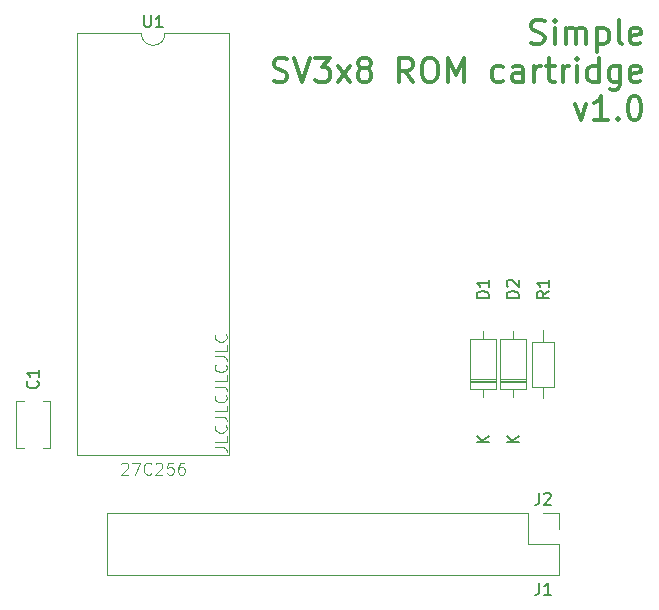
<source format=gbr>
%TF.GenerationSoftware,KiCad,Pcbnew,9.0.0*%
%TF.CreationDate,2025-05-03T18:19:40+02:00*%
%TF.ProjectId,SV3x8-SimpleCart,53563378-382d-4536-996d-706c65436172,1*%
%TF.SameCoordinates,Original*%
%TF.FileFunction,Legend,Top*%
%TF.FilePolarity,Positive*%
%FSLAX46Y46*%
G04 Gerber Fmt 4.6, Leading zero omitted, Abs format (unit mm)*
G04 Created by KiCad (PCBNEW 9.0.0) date 2025-05-03 18:19:40*
%MOMM*%
%LPD*%
G01*
G04 APERTURE LIST*
%ADD10C,0.100000*%
%ADD11C,0.300000*%
%ADD12C,0.150000*%
%ADD13C,0.120000*%
G04 APERTURE END LIST*
D10*
X116689524Y-113852657D02*
X116737143Y-113805038D01*
X116737143Y-113805038D02*
X116832381Y-113757419D01*
X116832381Y-113757419D02*
X117070476Y-113757419D01*
X117070476Y-113757419D02*
X117165714Y-113805038D01*
X117165714Y-113805038D02*
X117213333Y-113852657D01*
X117213333Y-113852657D02*
X117260952Y-113947895D01*
X117260952Y-113947895D02*
X117260952Y-114043133D01*
X117260952Y-114043133D02*
X117213333Y-114185990D01*
X117213333Y-114185990D02*
X116641905Y-114757419D01*
X116641905Y-114757419D02*
X117260952Y-114757419D01*
X117594286Y-113757419D02*
X118260952Y-113757419D01*
X118260952Y-113757419D02*
X117832381Y-114757419D01*
X119213333Y-114662180D02*
X119165714Y-114709800D01*
X119165714Y-114709800D02*
X119022857Y-114757419D01*
X119022857Y-114757419D02*
X118927619Y-114757419D01*
X118927619Y-114757419D02*
X118784762Y-114709800D01*
X118784762Y-114709800D02*
X118689524Y-114614561D01*
X118689524Y-114614561D02*
X118641905Y-114519323D01*
X118641905Y-114519323D02*
X118594286Y-114328847D01*
X118594286Y-114328847D02*
X118594286Y-114185990D01*
X118594286Y-114185990D02*
X118641905Y-113995514D01*
X118641905Y-113995514D02*
X118689524Y-113900276D01*
X118689524Y-113900276D02*
X118784762Y-113805038D01*
X118784762Y-113805038D02*
X118927619Y-113757419D01*
X118927619Y-113757419D02*
X119022857Y-113757419D01*
X119022857Y-113757419D02*
X119165714Y-113805038D01*
X119165714Y-113805038D02*
X119213333Y-113852657D01*
X119594286Y-113852657D02*
X119641905Y-113805038D01*
X119641905Y-113805038D02*
X119737143Y-113757419D01*
X119737143Y-113757419D02*
X119975238Y-113757419D01*
X119975238Y-113757419D02*
X120070476Y-113805038D01*
X120070476Y-113805038D02*
X120118095Y-113852657D01*
X120118095Y-113852657D02*
X120165714Y-113947895D01*
X120165714Y-113947895D02*
X120165714Y-114043133D01*
X120165714Y-114043133D02*
X120118095Y-114185990D01*
X120118095Y-114185990D02*
X119546667Y-114757419D01*
X119546667Y-114757419D02*
X120165714Y-114757419D01*
X121070476Y-113757419D02*
X120594286Y-113757419D01*
X120594286Y-113757419D02*
X120546667Y-114233609D01*
X120546667Y-114233609D02*
X120594286Y-114185990D01*
X120594286Y-114185990D02*
X120689524Y-114138371D01*
X120689524Y-114138371D02*
X120927619Y-114138371D01*
X120927619Y-114138371D02*
X121022857Y-114185990D01*
X121022857Y-114185990D02*
X121070476Y-114233609D01*
X121070476Y-114233609D02*
X121118095Y-114328847D01*
X121118095Y-114328847D02*
X121118095Y-114566942D01*
X121118095Y-114566942D02*
X121070476Y-114662180D01*
X121070476Y-114662180D02*
X121022857Y-114709800D01*
X121022857Y-114709800D02*
X120927619Y-114757419D01*
X120927619Y-114757419D02*
X120689524Y-114757419D01*
X120689524Y-114757419D02*
X120594286Y-114709800D01*
X120594286Y-114709800D02*
X120546667Y-114662180D01*
X121975238Y-113757419D02*
X121784762Y-113757419D01*
X121784762Y-113757419D02*
X121689524Y-113805038D01*
X121689524Y-113805038D02*
X121641905Y-113852657D01*
X121641905Y-113852657D02*
X121546667Y-113995514D01*
X121546667Y-113995514D02*
X121499048Y-114185990D01*
X121499048Y-114185990D02*
X121499048Y-114566942D01*
X121499048Y-114566942D02*
X121546667Y-114662180D01*
X121546667Y-114662180D02*
X121594286Y-114709800D01*
X121594286Y-114709800D02*
X121689524Y-114757419D01*
X121689524Y-114757419D02*
X121880000Y-114757419D01*
X121880000Y-114757419D02*
X121975238Y-114709800D01*
X121975238Y-114709800D02*
X122022857Y-114662180D01*
X122022857Y-114662180D02*
X122070476Y-114566942D01*
X122070476Y-114566942D02*
X122070476Y-114328847D01*
X122070476Y-114328847D02*
X122022857Y-114233609D01*
X122022857Y-114233609D02*
X121975238Y-114185990D01*
X121975238Y-114185990D02*
X121880000Y-114138371D01*
X121880000Y-114138371D02*
X121689524Y-114138371D01*
X121689524Y-114138371D02*
X121594286Y-114185990D01*
X121594286Y-114185990D02*
X121546667Y-114233609D01*
X121546667Y-114233609D02*
X121499048Y-114328847D01*
D11*
X151378345Y-78184400D02*
X151664059Y-78279638D01*
X151664059Y-78279638D02*
X152140250Y-78279638D01*
X152140250Y-78279638D02*
X152330726Y-78184400D01*
X152330726Y-78184400D02*
X152425964Y-78089161D01*
X152425964Y-78089161D02*
X152521202Y-77898685D01*
X152521202Y-77898685D02*
X152521202Y-77708209D01*
X152521202Y-77708209D02*
X152425964Y-77517733D01*
X152425964Y-77517733D02*
X152330726Y-77422495D01*
X152330726Y-77422495D02*
X152140250Y-77327257D01*
X152140250Y-77327257D02*
X151759297Y-77232019D01*
X151759297Y-77232019D02*
X151568821Y-77136780D01*
X151568821Y-77136780D02*
X151473583Y-77041542D01*
X151473583Y-77041542D02*
X151378345Y-76851066D01*
X151378345Y-76851066D02*
X151378345Y-76660590D01*
X151378345Y-76660590D02*
X151473583Y-76470114D01*
X151473583Y-76470114D02*
X151568821Y-76374876D01*
X151568821Y-76374876D02*
X151759297Y-76279638D01*
X151759297Y-76279638D02*
X152235488Y-76279638D01*
X152235488Y-76279638D02*
X152521202Y-76374876D01*
X153378345Y-78279638D02*
X153378345Y-76946304D01*
X153378345Y-76279638D02*
X153283107Y-76374876D01*
X153283107Y-76374876D02*
X153378345Y-76470114D01*
X153378345Y-76470114D02*
X153473583Y-76374876D01*
X153473583Y-76374876D02*
X153378345Y-76279638D01*
X153378345Y-76279638D02*
X153378345Y-76470114D01*
X154330726Y-78279638D02*
X154330726Y-76946304D01*
X154330726Y-77136780D02*
X154425964Y-77041542D01*
X154425964Y-77041542D02*
X154616440Y-76946304D01*
X154616440Y-76946304D02*
X154902155Y-76946304D01*
X154902155Y-76946304D02*
X155092631Y-77041542D01*
X155092631Y-77041542D02*
X155187869Y-77232019D01*
X155187869Y-77232019D02*
X155187869Y-78279638D01*
X155187869Y-77232019D02*
X155283107Y-77041542D01*
X155283107Y-77041542D02*
X155473583Y-76946304D01*
X155473583Y-76946304D02*
X155759297Y-76946304D01*
X155759297Y-76946304D02*
X155949774Y-77041542D01*
X155949774Y-77041542D02*
X156045012Y-77232019D01*
X156045012Y-77232019D02*
X156045012Y-78279638D01*
X156997393Y-76946304D02*
X156997393Y-78946304D01*
X156997393Y-77041542D02*
X157187869Y-76946304D01*
X157187869Y-76946304D02*
X157568822Y-76946304D01*
X157568822Y-76946304D02*
X157759298Y-77041542D01*
X157759298Y-77041542D02*
X157854536Y-77136780D01*
X157854536Y-77136780D02*
X157949774Y-77327257D01*
X157949774Y-77327257D02*
X157949774Y-77898685D01*
X157949774Y-77898685D02*
X157854536Y-78089161D01*
X157854536Y-78089161D02*
X157759298Y-78184400D01*
X157759298Y-78184400D02*
X157568822Y-78279638D01*
X157568822Y-78279638D02*
X157187869Y-78279638D01*
X157187869Y-78279638D02*
X156997393Y-78184400D01*
X159092631Y-78279638D02*
X158902155Y-78184400D01*
X158902155Y-78184400D02*
X158806917Y-77993923D01*
X158806917Y-77993923D02*
X158806917Y-76279638D01*
X160616441Y-78184400D02*
X160425965Y-78279638D01*
X160425965Y-78279638D02*
X160045012Y-78279638D01*
X160045012Y-78279638D02*
X159854536Y-78184400D01*
X159854536Y-78184400D02*
X159759298Y-77993923D01*
X159759298Y-77993923D02*
X159759298Y-77232019D01*
X159759298Y-77232019D02*
X159854536Y-77041542D01*
X159854536Y-77041542D02*
X160045012Y-76946304D01*
X160045012Y-76946304D02*
X160425965Y-76946304D01*
X160425965Y-76946304D02*
X160616441Y-77041542D01*
X160616441Y-77041542D02*
X160711679Y-77232019D01*
X160711679Y-77232019D02*
X160711679Y-77422495D01*
X160711679Y-77422495D02*
X159759298Y-77612971D01*
X129568820Y-81404288D02*
X129854534Y-81499526D01*
X129854534Y-81499526D02*
X130330725Y-81499526D01*
X130330725Y-81499526D02*
X130521201Y-81404288D01*
X130521201Y-81404288D02*
X130616439Y-81309049D01*
X130616439Y-81309049D02*
X130711677Y-81118573D01*
X130711677Y-81118573D02*
X130711677Y-80928097D01*
X130711677Y-80928097D02*
X130616439Y-80737621D01*
X130616439Y-80737621D02*
X130521201Y-80642383D01*
X130521201Y-80642383D02*
X130330725Y-80547145D01*
X130330725Y-80547145D02*
X129949772Y-80451907D01*
X129949772Y-80451907D02*
X129759296Y-80356668D01*
X129759296Y-80356668D02*
X129664058Y-80261430D01*
X129664058Y-80261430D02*
X129568820Y-80070954D01*
X129568820Y-80070954D02*
X129568820Y-79880478D01*
X129568820Y-79880478D02*
X129664058Y-79690002D01*
X129664058Y-79690002D02*
X129759296Y-79594764D01*
X129759296Y-79594764D02*
X129949772Y-79499526D01*
X129949772Y-79499526D02*
X130425963Y-79499526D01*
X130425963Y-79499526D02*
X130711677Y-79594764D01*
X131283106Y-79499526D02*
X131949772Y-81499526D01*
X131949772Y-81499526D02*
X132616439Y-79499526D01*
X133092630Y-79499526D02*
X134330725Y-79499526D01*
X134330725Y-79499526D02*
X133664058Y-80261430D01*
X133664058Y-80261430D02*
X133949773Y-80261430D01*
X133949773Y-80261430D02*
X134140249Y-80356668D01*
X134140249Y-80356668D02*
X134235487Y-80451907D01*
X134235487Y-80451907D02*
X134330725Y-80642383D01*
X134330725Y-80642383D02*
X134330725Y-81118573D01*
X134330725Y-81118573D02*
X134235487Y-81309049D01*
X134235487Y-81309049D02*
X134140249Y-81404288D01*
X134140249Y-81404288D02*
X133949773Y-81499526D01*
X133949773Y-81499526D02*
X133378344Y-81499526D01*
X133378344Y-81499526D02*
X133187868Y-81404288D01*
X133187868Y-81404288D02*
X133092630Y-81309049D01*
X134997392Y-81499526D02*
X136045011Y-80166192D01*
X134997392Y-80166192D02*
X136045011Y-81499526D01*
X137092630Y-80356668D02*
X136902154Y-80261430D01*
X136902154Y-80261430D02*
X136806916Y-80166192D01*
X136806916Y-80166192D02*
X136711678Y-79975716D01*
X136711678Y-79975716D02*
X136711678Y-79880478D01*
X136711678Y-79880478D02*
X136806916Y-79690002D01*
X136806916Y-79690002D02*
X136902154Y-79594764D01*
X136902154Y-79594764D02*
X137092630Y-79499526D01*
X137092630Y-79499526D02*
X137473583Y-79499526D01*
X137473583Y-79499526D02*
X137664059Y-79594764D01*
X137664059Y-79594764D02*
X137759297Y-79690002D01*
X137759297Y-79690002D02*
X137854535Y-79880478D01*
X137854535Y-79880478D02*
X137854535Y-79975716D01*
X137854535Y-79975716D02*
X137759297Y-80166192D01*
X137759297Y-80166192D02*
X137664059Y-80261430D01*
X137664059Y-80261430D02*
X137473583Y-80356668D01*
X137473583Y-80356668D02*
X137092630Y-80356668D01*
X137092630Y-80356668D02*
X136902154Y-80451907D01*
X136902154Y-80451907D02*
X136806916Y-80547145D01*
X136806916Y-80547145D02*
X136711678Y-80737621D01*
X136711678Y-80737621D02*
X136711678Y-81118573D01*
X136711678Y-81118573D02*
X136806916Y-81309049D01*
X136806916Y-81309049D02*
X136902154Y-81404288D01*
X136902154Y-81404288D02*
X137092630Y-81499526D01*
X137092630Y-81499526D02*
X137473583Y-81499526D01*
X137473583Y-81499526D02*
X137664059Y-81404288D01*
X137664059Y-81404288D02*
X137759297Y-81309049D01*
X137759297Y-81309049D02*
X137854535Y-81118573D01*
X137854535Y-81118573D02*
X137854535Y-80737621D01*
X137854535Y-80737621D02*
X137759297Y-80547145D01*
X137759297Y-80547145D02*
X137664059Y-80451907D01*
X137664059Y-80451907D02*
X137473583Y-80356668D01*
X141378345Y-81499526D02*
X140711678Y-80547145D01*
X140235488Y-81499526D02*
X140235488Y-79499526D01*
X140235488Y-79499526D02*
X140997393Y-79499526D01*
X140997393Y-79499526D02*
X141187869Y-79594764D01*
X141187869Y-79594764D02*
X141283107Y-79690002D01*
X141283107Y-79690002D02*
X141378345Y-79880478D01*
X141378345Y-79880478D02*
X141378345Y-80166192D01*
X141378345Y-80166192D02*
X141283107Y-80356668D01*
X141283107Y-80356668D02*
X141187869Y-80451907D01*
X141187869Y-80451907D02*
X140997393Y-80547145D01*
X140997393Y-80547145D02*
X140235488Y-80547145D01*
X142616440Y-79499526D02*
X142997393Y-79499526D01*
X142997393Y-79499526D02*
X143187869Y-79594764D01*
X143187869Y-79594764D02*
X143378345Y-79785240D01*
X143378345Y-79785240D02*
X143473583Y-80166192D01*
X143473583Y-80166192D02*
X143473583Y-80832859D01*
X143473583Y-80832859D02*
X143378345Y-81213811D01*
X143378345Y-81213811D02*
X143187869Y-81404288D01*
X143187869Y-81404288D02*
X142997393Y-81499526D01*
X142997393Y-81499526D02*
X142616440Y-81499526D01*
X142616440Y-81499526D02*
X142425964Y-81404288D01*
X142425964Y-81404288D02*
X142235488Y-81213811D01*
X142235488Y-81213811D02*
X142140250Y-80832859D01*
X142140250Y-80832859D02*
X142140250Y-80166192D01*
X142140250Y-80166192D02*
X142235488Y-79785240D01*
X142235488Y-79785240D02*
X142425964Y-79594764D01*
X142425964Y-79594764D02*
X142616440Y-79499526D01*
X144330726Y-81499526D02*
X144330726Y-79499526D01*
X144330726Y-79499526D02*
X144997393Y-80928097D01*
X144997393Y-80928097D02*
X145664059Y-79499526D01*
X145664059Y-79499526D02*
X145664059Y-81499526D01*
X148997393Y-81404288D02*
X148806917Y-81499526D01*
X148806917Y-81499526D02*
X148425964Y-81499526D01*
X148425964Y-81499526D02*
X148235488Y-81404288D01*
X148235488Y-81404288D02*
X148140250Y-81309049D01*
X148140250Y-81309049D02*
X148045012Y-81118573D01*
X148045012Y-81118573D02*
X148045012Y-80547145D01*
X148045012Y-80547145D02*
X148140250Y-80356668D01*
X148140250Y-80356668D02*
X148235488Y-80261430D01*
X148235488Y-80261430D02*
X148425964Y-80166192D01*
X148425964Y-80166192D02*
X148806917Y-80166192D01*
X148806917Y-80166192D02*
X148997393Y-80261430D01*
X150711679Y-81499526D02*
X150711679Y-80451907D01*
X150711679Y-80451907D02*
X150616441Y-80261430D01*
X150616441Y-80261430D02*
X150425965Y-80166192D01*
X150425965Y-80166192D02*
X150045012Y-80166192D01*
X150045012Y-80166192D02*
X149854536Y-80261430D01*
X150711679Y-81404288D02*
X150521203Y-81499526D01*
X150521203Y-81499526D02*
X150045012Y-81499526D01*
X150045012Y-81499526D02*
X149854536Y-81404288D01*
X149854536Y-81404288D02*
X149759298Y-81213811D01*
X149759298Y-81213811D02*
X149759298Y-81023335D01*
X149759298Y-81023335D02*
X149854536Y-80832859D01*
X149854536Y-80832859D02*
X150045012Y-80737621D01*
X150045012Y-80737621D02*
X150521203Y-80737621D01*
X150521203Y-80737621D02*
X150711679Y-80642383D01*
X151664060Y-81499526D02*
X151664060Y-80166192D01*
X151664060Y-80547145D02*
X151759298Y-80356668D01*
X151759298Y-80356668D02*
X151854536Y-80261430D01*
X151854536Y-80261430D02*
X152045012Y-80166192D01*
X152045012Y-80166192D02*
X152235489Y-80166192D01*
X152616441Y-80166192D02*
X153378345Y-80166192D01*
X152902155Y-79499526D02*
X152902155Y-81213811D01*
X152902155Y-81213811D02*
X152997393Y-81404288D01*
X152997393Y-81404288D02*
X153187869Y-81499526D01*
X153187869Y-81499526D02*
X153378345Y-81499526D01*
X154045012Y-81499526D02*
X154045012Y-80166192D01*
X154045012Y-80547145D02*
X154140250Y-80356668D01*
X154140250Y-80356668D02*
X154235488Y-80261430D01*
X154235488Y-80261430D02*
X154425964Y-80166192D01*
X154425964Y-80166192D02*
X154616441Y-80166192D01*
X155283107Y-81499526D02*
X155283107Y-80166192D01*
X155283107Y-79499526D02*
X155187869Y-79594764D01*
X155187869Y-79594764D02*
X155283107Y-79690002D01*
X155283107Y-79690002D02*
X155378345Y-79594764D01*
X155378345Y-79594764D02*
X155283107Y-79499526D01*
X155283107Y-79499526D02*
X155283107Y-79690002D01*
X157092631Y-81499526D02*
X157092631Y-79499526D01*
X157092631Y-81404288D02*
X156902155Y-81499526D01*
X156902155Y-81499526D02*
X156521202Y-81499526D01*
X156521202Y-81499526D02*
X156330726Y-81404288D01*
X156330726Y-81404288D02*
X156235488Y-81309049D01*
X156235488Y-81309049D02*
X156140250Y-81118573D01*
X156140250Y-81118573D02*
X156140250Y-80547145D01*
X156140250Y-80547145D02*
X156235488Y-80356668D01*
X156235488Y-80356668D02*
X156330726Y-80261430D01*
X156330726Y-80261430D02*
X156521202Y-80166192D01*
X156521202Y-80166192D02*
X156902155Y-80166192D01*
X156902155Y-80166192D02*
X157092631Y-80261430D01*
X158902155Y-80166192D02*
X158902155Y-81785240D01*
X158902155Y-81785240D02*
X158806917Y-81975716D01*
X158806917Y-81975716D02*
X158711679Y-82070954D01*
X158711679Y-82070954D02*
X158521202Y-82166192D01*
X158521202Y-82166192D02*
X158235488Y-82166192D01*
X158235488Y-82166192D02*
X158045012Y-82070954D01*
X158902155Y-81404288D02*
X158711679Y-81499526D01*
X158711679Y-81499526D02*
X158330726Y-81499526D01*
X158330726Y-81499526D02*
X158140250Y-81404288D01*
X158140250Y-81404288D02*
X158045012Y-81309049D01*
X158045012Y-81309049D02*
X157949774Y-81118573D01*
X157949774Y-81118573D02*
X157949774Y-80547145D01*
X157949774Y-80547145D02*
X158045012Y-80356668D01*
X158045012Y-80356668D02*
X158140250Y-80261430D01*
X158140250Y-80261430D02*
X158330726Y-80166192D01*
X158330726Y-80166192D02*
X158711679Y-80166192D01*
X158711679Y-80166192D02*
X158902155Y-80261430D01*
X160616441Y-81404288D02*
X160425965Y-81499526D01*
X160425965Y-81499526D02*
X160045012Y-81499526D01*
X160045012Y-81499526D02*
X159854536Y-81404288D01*
X159854536Y-81404288D02*
X159759298Y-81213811D01*
X159759298Y-81213811D02*
X159759298Y-80451907D01*
X159759298Y-80451907D02*
X159854536Y-80261430D01*
X159854536Y-80261430D02*
X160045012Y-80166192D01*
X160045012Y-80166192D02*
X160425965Y-80166192D01*
X160425965Y-80166192D02*
X160616441Y-80261430D01*
X160616441Y-80261430D02*
X160711679Y-80451907D01*
X160711679Y-80451907D02*
X160711679Y-80642383D01*
X160711679Y-80642383D02*
X159759298Y-80832859D01*
X155092631Y-83386080D02*
X155568821Y-84719414D01*
X155568821Y-84719414D02*
X156045012Y-83386080D01*
X157854536Y-84719414D02*
X156711679Y-84719414D01*
X157283107Y-84719414D02*
X157283107Y-82719414D01*
X157283107Y-82719414D02*
X157092631Y-83005128D01*
X157092631Y-83005128D02*
X156902155Y-83195604D01*
X156902155Y-83195604D02*
X156711679Y-83290842D01*
X158711679Y-84528937D02*
X158806917Y-84624176D01*
X158806917Y-84624176D02*
X158711679Y-84719414D01*
X158711679Y-84719414D02*
X158616441Y-84624176D01*
X158616441Y-84624176D02*
X158711679Y-84528937D01*
X158711679Y-84528937D02*
X158711679Y-84719414D01*
X160045012Y-82719414D02*
X160235489Y-82719414D01*
X160235489Y-82719414D02*
X160425965Y-82814652D01*
X160425965Y-82814652D02*
X160521203Y-82909890D01*
X160521203Y-82909890D02*
X160616441Y-83100366D01*
X160616441Y-83100366D02*
X160711679Y-83481318D01*
X160711679Y-83481318D02*
X160711679Y-83957509D01*
X160711679Y-83957509D02*
X160616441Y-84338461D01*
X160616441Y-84338461D02*
X160521203Y-84528937D01*
X160521203Y-84528937D02*
X160425965Y-84624176D01*
X160425965Y-84624176D02*
X160235489Y-84719414D01*
X160235489Y-84719414D02*
X160045012Y-84719414D01*
X160045012Y-84719414D02*
X159854536Y-84624176D01*
X159854536Y-84624176D02*
X159759298Y-84528937D01*
X159759298Y-84528937D02*
X159664060Y-84338461D01*
X159664060Y-84338461D02*
X159568822Y-83957509D01*
X159568822Y-83957509D02*
X159568822Y-83481318D01*
X159568822Y-83481318D02*
X159664060Y-83100366D01*
X159664060Y-83100366D02*
X159759298Y-82909890D01*
X159759298Y-82909890D02*
X159854536Y-82814652D01*
X159854536Y-82814652D02*
X160045012Y-82719414D01*
D10*
X124602419Y-112440401D02*
X125316704Y-112440401D01*
X125316704Y-112440401D02*
X125459561Y-112488020D01*
X125459561Y-112488020D02*
X125554800Y-112583258D01*
X125554800Y-112583258D02*
X125602419Y-112726115D01*
X125602419Y-112726115D02*
X125602419Y-112821353D01*
X125602419Y-111488020D02*
X125602419Y-111964210D01*
X125602419Y-111964210D02*
X124602419Y-111964210D01*
X125507180Y-110583258D02*
X125554800Y-110630877D01*
X125554800Y-110630877D02*
X125602419Y-110773734D01*
X125602419Y-110773734D02*
X125602419Y-110868972D01*
X125602419Y-110868972D02*
X125554800Y-111011829D01*
X125554800Y-111011829D02*
X125459561Y-111107067D01*
X125459561Y-111107067D02*
X125364323Y-111154686D01*
X125364323Y-111154686D02*
X125173847Y-111202305D01*
X125173847Y-111202305D02*
X125030990Y-111202305D01*
X125030990Y-111202305D02*
X124840514Y-111154686D01*
X124840514Y-111154686D02*
X124745276Y-111107067D01*
X124745276Y-111107067D02*
X124650038Y-111011829D01*
X124650038Y-111011829D02*
X124602419Y-110868972D01*
X124602419Y-110868972D02*
X124602419Y-110773734D01*
X124602419Y-110773734D02*
X124650038Y-110630877D01*
X124650038Y-110630877D02*
X124697657Y-110583258D01*
X124602419Y-109868972D02*
X125316704Y-109868972D01*
X125316704Y-109868972D02*
X125459561Y-109916591D01*
X125459561Y-109916591D02*
X125554800Y-110011829D01*
X125554800Y-110011829D02*
X125602419Y-110154686D01*
X125602419Y-110154686D02*
X125602419Y-110249924D01*
X125602419Y-108916591D02*
X125602419Y-109392781D01*
X125602419Y-109392781D02*
X124602419Y-109392781D01*
X125507180Y-108011829D02*
X125554800Y-108059448D01*
X125554800Y-108059448D02*
X125602419Y-108202305D01*
X125602419Y-108202305D02*
X125602419Y-108297543D01*
X125602419Y-108297543D02*
X125554800Y-108440400D01*
X125554800Y-108440400D02*
X125459561Y-108535638D01*
X125459561Y-108535638D02*
X125364323Y-108583257D01*
X125364323Y-108583257D02*
X125173847Y-108630876D01*
X125173847Y-108630876D02*
X125030990Y-108630876D01*
X125030990Y-108630876D02*
X124840514Y-108583257D01*
X124840514Y-108583257D02*
X124745276Y-108535638D01*
X124745276Y-108535638D02*
X124650038Y-108440400D01*
X124650038Y-108440400D02*
X124602419Y-108297543D01*
X124602419Y-108297543D02*
X124602419Y-108202305D01*
X124602419Y-108202305D02*
X124650038Y-108059448D01*
X124650038Y-108059448D02*
X124697657Y-108011829D01*
X124602419Y-107297543D02*
X125316704Y-107297543D01*
X125316704Y-107297543D02*
X125459561Y-107345162D01*
X125459561Y-107345162D02*
X125554800Y-107440400D01*
X125554800Y-107440400D02*
X125602419Y-107583257D01*
X125602419Y-107583257D02*
X125602419Y-107678495D01*
X125602419Y-106345162D02*
X125602419Y-106821352D01*
X125602419Y-106821352D02*
X124602419Y-106821352D01*
X125507180Y-105440400D02*
X125554800Y-105488019D01*
X125554800Y-105488019D02*
X125602419Y-105630876D01*
X125602419Y-105630876D02*
X125602419Y-105726114D01*
X125602419Y-105726114D02*
X125554800Y-105868971D01*
X125554800Y-105868971D02*
X125459561Y-105964209D01*
X125459561Y-105964209D02*
X125364323Y-106011828D01*
X125364323Y-106011828D02*
X125173847Y-106059447D01*
X125173847Y-106059447D02*
X125030990Y-106059447D01*
X125030990Y-106059447D02*
X124840514Y-106011828D01*
X124840514Y-106011828D02*
X124745276Y-105964209D01*
X124745276Y-105964209D02*
X124650038Y-105868971D01*
X124650038Y-105868971D02*
X124602419Y-105726114D01*
X124602419Y-105726114D02*
X124602419Y-105630876D01*
X124602419Y-105630876D02*
X124650038Y-105488019D01*
X124650038Y-105488019D02*
X124697657Y-105440400D01*
X124602419Y-104726114D02*
X125316704Y-104726114D01*
X125316704Y-104726114D02*
X125459561Y-104773733D01*
X125459561Y-104773733D02*
X125554800Y-104868971D01*
X125554800Y-104868971D02*
X125602419Y-105011828D01*
X125602419Y-105011828D02*
X125602419Y-105107066D01*
X125602419Y-103773733D02*
X125602419Y-104249923D01*
X125602419Y-104249923D02*
X124602419Y-104249923D01*
X125507180Y-102868971D02*
X125554800Y-102916590D01*
X125554800Y-102916590D02*
X125602419Y-103059447D01*
X125602419Y-103059447D02*
X125602419Y-103154685D01*
X125602419Y-103154685D02*
X125554800Y-103297542D01*
X125554800Y-103297542D02*
X125459561Y-103392780D01*
X125459561Y-103392780D02*
X125364323Y-103440399D01*
X125364323Y-103440399D02*
X125173847Y-103488018D01*
X125173847Y-103488018D02*
X125030990Y-103488018D01*
X125030990Y-103488018D02*
X124840514Y-103440399D01*
X124840514Y-103440399D02*
X124745276Y-103392780D01*
X124745276Y-103392780D02*
X124650038Y-103297542D01*
X124650038Y-103297542D02*
X124602419Y-103154685D01*
X124602419Y-103154685D02*
X124602419Y-103059447D01*
X124602419Y-103059447D02*
X124650038Y-102916590D01*
X124650038Y-102916590D02*
X124697657Y-102868971D01*
D12*
X152854819Y-99226666D02*
X152378628Y-99559999D01*
X152854819Y-99798094D02*
X151854819Y-99798094D01*
X151854819Y-99798094D02*
X151854819Y-99417142D01*
X151854819Y-99417142D02*
X151902438Y-99321904D01*
X151902438Y-99321904D02*
X151950057Y-99274285D01*
X151950057Y-99274285D02*
X152045295Y-99226666D01*
X152045295Y-99226666D02*
X152188152Y-99226666D01*
X152188152Y-99226666D02*
X152283390Y-99274285D01*
X152283390Y-99274285D02*
X152331009Y-99321904D01*
X152331009Y-99321904D02*
X152378628Y-99417142D01*
X152378628Y-99417142D02*
X152378628Y-99798094D01*
X152854819Y-98274285D02*
X152854819Y-98845713D01*
X152854819Y-98559999D02*
X151854819Y-98559999D01*
X151854819Y-98559999D02*
X151997676Y-98655237D01*
X151997676Y-98655237D02*
X152092914Y-98750475D01*
X152092914Y-98750475D02*
X152140533Y-98845713D01*
X150314819Y-99798094D02*
X149314819Y-99798094D01*
X149314819Y-99798094D02*
X149314819Y-99559999D01*
X149314819Y-99559999D02*
X149362438Y-99417142D01*
X149362438Y-99417142D02*
X149457676Y-99321904D01*
X149457676Y-99321904D02*
X149552914Y-99274285D01*
X149552914Y-99274285D02*
X149743390Y-99226666D01*
X149743390Y-99226666D02*
X149886247Y-99226666D01*
X149886247Y-99226666D02*
X150076723Y-99274285D01*
X150076723Y-99274285D02*
X150171961Y-99321904D01*
X150171961Y-99321904D02*
X150267200Y-99417142D01*
X150267200Y-99417142D02*
X150314819Y-99559999D01*
X150314819Y-99559999D02*
X150314819Y-99798094D01*
X149410057Y-98845713D02*
X149362438Y-98798094D01*
X149362438Y-98798094D02*
X149314819Y-98702856D01*
X149314819Y-98702856D02*
X149314819Y-98464761D01*
X149314819Y-98464761D02*
X149362438Y-98369523D01*
X149362438Y-98369523D02*
X149410057Y-98321904D01*
X149410057Y-98321904D02*
X149505295Y-98274285D01*
X149505295Y-98274285D02*
X149600533Y-98274285D01*
X149600533Y-98274285D02*
X149743390Y-98321904D01*
X149743390Y-98321904D02*
X150314819Y-98893332D01*
X150314819Y-98893332D02*
X150314819Y-98274285D01*
X150314819Y-112021904D02*
X149314819Y-112021904D01*
X150314819Y-111450476D02*
X149743390Y-111879047D01*
X149314819Y-111450476D02*
X149886247Y-112021904D01*
X147774819Y-99798094D02*
X146774819Y-99798094D01*
X146774819Y-99798094D02*
X146774819Y-99559999D01*
X146774819Y-99559999D02*
X146822438Y-99417142D01*
X146822438Y-99417142D02*
X146917676Y-99321904D01*
X146917676Y-99321904D02*
X147012914Y-99274285D01*
X147012914Y-99274285D02*
X147203390Y-99226666D01*
X147203390Y-99226666D02*
X147346247Y-99226666D01*
X147346247Y-99226666D02*
X147536723Y-99274285D01*
X147536723Y-99274285D02*
X147631961Y-99321904D01*
X147631961Y-99321904D02*
X147727200Y-99417142D01*
X147727200Y-99417142D02*
X147774819Y-99559999D01*
X147774819Y-99559999D02*
X147774819Y-99798094D01*
X147774819Y-98274285D02*
X147774819Y-98845713D01*
X147774819Y-98559999D02*
X146774819Y-98559999D01*
X146774819Y-98559999D02*
X146917676Y-98655237D01*
X146917676Y-98655237D02*
X147012914Y-98750475D01*
X147012914Y-98750475D02*
X147060533Y-98845713D01*
X147774819Y-112021904D02*
X146774819Y-112021904D01*
X147774819Y-111450476D02*
X147203390Y-111879047D01*
X146774819Y-111450476D02*
X147346247Y-112021904D01*
X152066666Y-123914819D02*
X152066666Y-124629104D01*
X152066666Y-124629104D02*
X152019047Y-124771961D01*
X152019047Y-124771961D02*
X151923809Y-124867200D01*
X151923809Y-124867200D02*
X151780952Y-124914819D01*
X151780952Y-124914819D02*
X151685714Y-124914819D01*
X153066666Y-124914819D02*
X152495238Y-124914819D01*
X152780952Y-124914819D02*
X152780952Y-123914819D01*
X152780952Y-123914819D02*
X152685714Y-124057676D01*
X152685714Y-124057676D02*
X152590476Y-124152914D01*
X152590476Y-124152914D02*
X152495238Y-124200533D01*
X118618095Y-75864819D02*
X118618095Y-76674342D01*
X118618095Y-76674342D02*
X118665714Y-76769580D01*
X118665714Y-76769580D02*
X118713333Y-76817200D01*
X118713333Y-76817200D02*
X118808571Y-76864819D01*
X118808571Y-76864819D02*
X118999047Y-76864819D01*
X118999047Y-76864819D02*
X119094285Y-76817200D01*
X119094285Y-76817200D02*
X119141904Y-76769580D01*
X119141904Y-76769580D02*
X119189523Y-76674342D01*
X119189523Y-76674342D02*
X119189523Y-75864819D01*
X120189523Y-76864819D02*
X119618095Y-76864819D01*
X119903809Y-76864819D02*
X119903809Y-75864819D01*
X119903809Y-75864819D02*
X119808571Y-76007676D01*
X119808571Y-76007676D02*
X119713333Y-76102914D01*
X119713333Y-76102914D02*
X119618095Y-76150533D01*
X109579580Y-106846666D02*
X109627200Y-106894285D01*
X109627200Y-106894285D02*
X109674819Y-107037142D01*
X109674819Y-107037142D02*
X109674819Y-107132380D01*
X109674819Y-107132380D02*
X109627200Y-107275237D01*
X109627200Y-107275237D02*
X109531961Y-107370475D01*
X109531961Y-107370475D02*
X109436723Y-107418094D01*
X109436723Y-107418094D02*
X109246247Y-107465713D01*
X109246247Y-107465713D02*
X109103390Y-107465713D01*
X109103390Y-107465713D02*
X108912914Y-107418094D01*
X108912914Y-107418094D02*
X108817676Y-107370475D01*
X108817676Y-107370475D02*
X108722438Y-107275237D01*
X108722438Y-107275237D02*
X108674819Y-107132380D01*
X108674819Y-107132380D02*
X108674819Y-107037142D01*
X108674819Y-107037142D02*
X108722438Y-106894285D01*
X108722438Y-106894285D02*
X108770057Y-106846666D01*
X109674819Y-105894285D02*
X109674819Y-106465713D01*
X109674819Y-106179999D02*
X108674819Y-106179999D01*
X108674819Y-106179999D02*
X108817676Y-106275237D01*
X108817676Y-106275237D02*
X108912914Y-106370475D01*
X108912914Y-106370475D02*
X108960533Y-106465713D01*
X152066666Y-116294819D02*
X152066666Y-117009104D01*
X152066666Y-117009104D02*
X152019047Y-117151961D01*
X152019047Y-117151961D02*
X151923809Y-117247200D01*
X151923809Y-117247200D02*
X151780952Y-117294819D01*
X151780952Y-117294819D02*
X151685714Y-117294819D01*
X152495238Y-116390057D02*
X152542857Y-116342438D01*
X152542857Y-116342438D02*
X152638095Y-116294819D01*
X152638095Y-116294819D02*
X152876190Y-116294819D01*
X152876190Y-116294819D02*
X152971428Y-116342438D01*
X152971428Y-116342438D02*
X153019047Y-116390057D01*
X153019047Y-116390057D02*
X153066666Y-116485295D01*
X153066666Y-116485295D02*
X153066666Y-116580533D01*
X153066666Y-116580533D02*
X153019047Y-116723390D01*
X153019047Y-116723390D02*
X152447619Y-117294819D01*
X152447619Y-117294819D02*
X153066666Y-117294819D01*
D13*
%TO.C,R1*%
X151480000Y-103490000D02*
X151480000Y-107330000D01*
X151480000Y-107330000D02*
X153320000Y-107330000D01*
X152400000Y-102540000D02*
X152400000Y-103490000D01*
X152400000Y-108280000D02*
X152400000Y-107330000D01*
X153320000Y-103490000D02*
X151480000Y-103490000D01*
X153320000Y-107330000D02*
X153320000Y-103490000D01*
%TO.C,D2*%
X148740000Y-103290000D02*
X148740000Y-107530000D01*
X148740000Y-106690000D02*
X150980000Y-106690000D01*
X148740000Y-106810000D02*
X150980000Y-106810000D01*
X148740000Y-106930000D02*
X150980000Y-106930000D01*
X148740000Y-107530000D02*
X150980000Y-107530000D01*
X149860000Y-102640000D02*
X149860000Y-103290000D01*
X149860000Y-108180000D02*
X149860000Y-107530000D01*
X150980000Y-103290000D02*
X148740000Y-103290000D01*
X150980000Y-107530000D02*
X150980000Y-103290000D01*
%TO.C,D1*%
X146200000Y-103290000D02*
X146200000Y-107530000D01*
X146200000Y-106690000D02*
X148440000Y-106690000D01*
X146200000Y-106810000D02*
X148440000Y-106810000D01*
X146200000Y-106930000D02*
X148440000Y-106930000D01*
X146200000Y-107530000D02*
X148440000Y-107530000D01*
X147320000Y-102640000D02*
X147320000Y-103290000D01*
X147320000Y-108180000D02*
X147320000Y-107530000D01*
X148440000Y-103290000D02*
X146200000Y-103290000D01*
X148440000Y-107530000D02*
X148440000Y-103290000D01*
%TO.C,U1*%
X112920000Y-77410000D02*
X112920000Y-113090000D01*
X112920000Y-113090000D02*
X125840000Y-113090000D01*
X118380000Y-77410000D02*
X112920000Y-77410000D01*
X125840000Y-77410000D02*
X120380000Y-77410000D01*
X125840000Y-113090000D02*
X125840000Y-77410000D01*
X120380000Y-77410000D02*
G75*
G02*
X118380000Y-77410000I-1000000J0D01*
G01*
%TO.C,C1*%
X107800000Y-108490000D02*
X107800000Y-112530000D01*
X108425000Y-108490000D02*
X107800000Y-108490000D01*
X108425000Y-112530000D02*
X107800000Y-112530000D01*
X110640000Y-108490000D02*
X110015000Y-108490000D01*
X110640000Y-108490000D02*
X110640000Y-112530000D01*
X110640000Y-112530000D02*
X110015000Y-112530000D01*
%TO.C,J2*%
X115510000Y-118050000D02*
X115510000Y-123250000D01*
X151130000Y-118050000D02*
X115510000Y-118050000D01*
X151130000Y-118050000D02*
X151130000Y-120650000D01*
X151130000Y-120650000D02*
X153730000Y-120650000D01*
X152400000Y-118050000D02*
X153730000Y-118050000D01*
X153730000Y-118050000D02*
X153730000Y-119380000D01*
X153730000Y-120650000D02*
X153730000Y-123250000D01*
X153730000Y-123250000D02*
X115510000Y-123250000D01*
%TD*%
M02*

</source>
